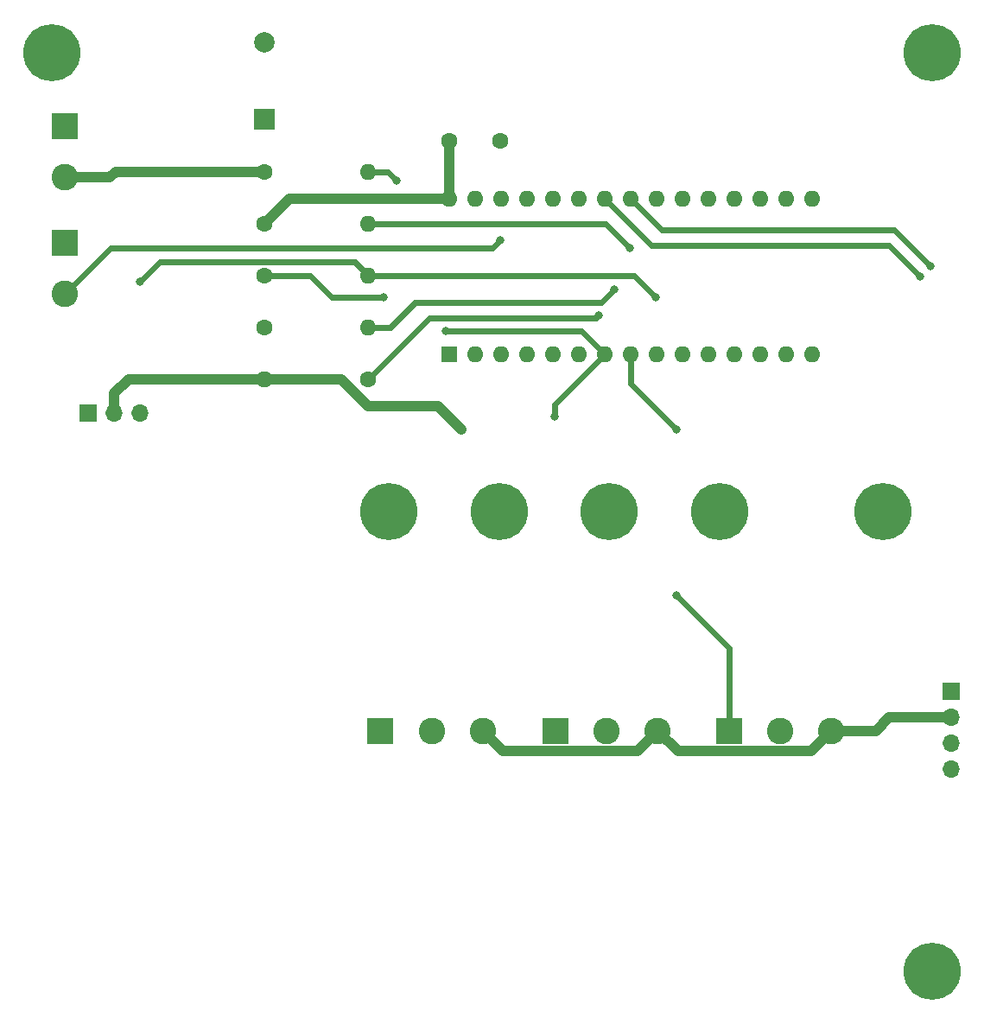
<source format=gbr>
%TF.GenerationSoftware,KiCad,Pcbnew,(6.0.5)*%
%TF.CreationDate,2022-06-12T16:21:57+02:00*%
%TF.ProjectId,dewpoint-pcb,64657770-6f69-46e7-942d-7063622e6b69,1.0*%
%TF.SameCoordinates,Original*%
%TF.FileFunction,Copper,L1,Top*%
%TF.FilePolarity,Positive*%
%FSLAX46Y46*%
G04 Gerber Fmt 4.6, Leading zero omitted, Abs format (unit mm)*
G04 Created by KiCad (PCBNEW (6.0.5)) date 2022-06-12 16:21:57*
%MOMM*%
%LPD*%
G01*
G04 APERTURE LIST*
%TA.AperFunction,ComponentPad*%
%ADD10C,1.600000*%
%TD*%
%TA.AperFunction,ComponentPad*%
%ADD11O,1.600000X1.600000*%
%TD*%
%TA.AperFunction,ComponentPad*%
%ADD12C,5.600000*%
%TD*%
%TA.AperFunction,ComponentPad*%
%ADD13R,1.700000X1.700000*%
%TD*%
%TA.AperFunction,ComponentPad*%
%ADD14O,1.700000X1.700000*%
%TD*%
%TA.AperFunction,ComponentPad*%
%ADD15R,2.000000X2.000000*%
%TD*%
%TA.AperFunction,ComponentPad*%
%ADD16C,2.000000*%
%TD*%
%TA.AperFunction,ComponentPad*%
%ADD17R,2.600000X2.600000*%
%TD*%
%TA.AperFunction,ComponentPad*%
%ADD18C,2.600000*%
%TD*%
%TA.AperFunction,ComponentPad*%
%ADD19R,1.600000X1.600000*%
%TD*%
%TA.AperFunction,ViaPad*%
%ADD20C,0.800000*%
%TD*%
%TA.AperFunction,Conductor*%
%ADD21C,1.000000*%
%TD*%
%TA.AperFunction,Conductor*%
%ADD22C,0.600000*%
%TD*%
G04 APERTURE END LIST*
D10*
%TO.P,R2,1*%
%TO.N,+5V*%
X67840000Y-55760000D03*
D11*
%TO.P,R2,2*%
%TO.N,DHT Inside*%
X78000000Y-55760000D03*
%TD*%
D12*
%TO.P,,1*%
%TO.N,N/C*%
X133250000Y-129000000D03*
%TD*%
D10*
%TO.P,R5,1*%
%TO.N,Net-(J7-Pad2)*%
X67840000Y-60840000D03*
D11*
%TO.P,R5,2*%
%TO.N,Relais*%
X78000000Y-60840000D03*
%TD*%
D12*
%TO.P,,1*%
%TO.N,N/C*%
X101610000Y-84000000D03*
%TD*%
%TO.P,,1*%
%TO.N,N/C*%
X128410000Y-84000000D03*
%TD*%
D13*
%TO.P,J5,1,Pin_1*%
%TO.N,GND*%
X135128000Y-101600000D03*
D14*
%TO.P,J5,2,Pin_2*%
%TO.N,+5V*%
X135128000Y-104140000D03*
%TO.P,J5,3,Pin_3*%
%TO.N,SDA*%
X135128000Y-106680000D03*
%TO.P,J5,4,Pin_4*%
%TO.N,SCL*%
X135128000Y-109220000D03*
%TD*%
D15*
%TO.P,C1,1*%
%TO.N,+5V*%
X67818000Y-45527677D03*
D16*
%TO.P,C1,2*%
%TO.N,GND*%
X67818000Y-38027677D03*
%TD*%
D12*
%TO.P,,1*%
%TO.N,N/C*%
X46990000Y-39000000D03*
%TD*%
%TO.P,,1*%
%TO.N,N/C*%
X133250000Y-39000000D03*
%TD*%
%TO.P,,1*%
%TO.N,N/C*%
X112410000Y-84000000D03*
%TD*%
D17*
%TO.P,J7,1,Pin_1*%
%TO.N,GND*%
X79184000Y-105461000D03*
D18*
%TO.P,J7,2,Pin_2*%
%TO.N,Net-(J7-Pad2)*%
X84184000Y-105461000D03*
%TO.P,J7,3,Pin_3*%
%TO.N,+5V*%
X89184000Y-105461000D03*
%TD*%
D19*
%TO.P,A1,1,D1/TX*%
%TO.N,unconnected-(A1-Pad1)*%
X85950000Y-68570000D03*
D11*
%TO.P,A1,2,D0/RX*%
%TO.N,unconnected-(A1-Pad2)*%
X88490000Y-68570000D03*
%TO.P,A1,3,~{RESET}*%
%TO.N,unconnected-(A1-Pad3)*%
X91030000Y-68570000D03*
%TO.P,A1,4,GND*%
%TO.N,GND*%
X93570000Y-68570000D03*
%TO.P,A1,5,D2*%
%TO.N,unconnected-(A1-Pad5)*%
X96110000Y-68570000D03*
%TO.P,A1,6,D3*%
%TO.N,unconnected-(A1-Pad6)*%
X98650000Y-68570000D03*
%TO.P,A1,7,D4*%
%TO.N,DHT Outside*%
X101190000Y-68570000D03*
%TO.P,A1,8,D5*%
%TO.N,DHT Inside*%
X103730000Y-68570000D03*
%TO.P,A1,9,D6*%
%TO.N,Relais*%
X106270000Y-68570000D03*
%TO.P,A1,10,D7*%
%TO.N,unconnected-(A1-Pad10)*%
X108810000Y-68570000D03*
%TO.P,A1,11,D8*%
%TO.N,unconnected-(A1-Pad11)*%
X111350000Y-68570000D03*
%TO.P,A1,12,D9*%
%TO.N,unconnected-(A1-Pad12)*%
X113890000Y-68570000D03*
%TO.P,A1,13,D10*%
%TO.N,unconnected-(A1-Pad13)*%
X116430000Y-68570000D03*
%TO.P,A1,14,D11*%
%TO.N,unconnected-(A1-Pad14)*%
X118970000Y-68570000D03*
%TO.P,A1,15,D12*%
%TO.N,unconnected-(A1-Pad15)*%
X121510000Y-68570000D03*
%TO.P,A1,16,D13*%
%TO.N,unconnected-(A1-Pad16)*%
X121510000Y-53330000D03*
%TO.P,A1,17,3V3*%
%TO.N,unconnected-(A1-Pad17)*%
X118970000Y-53330000D03*
%TO.P,A1,18,AREF*%
%TO.N,unconnected-(A1-Pad18)*%
X116430000Y-53330000D03*
%TO.P,A1,19,A0*%
%TO.N,unconnected-(A1-Pad19)*%
X113890000Y-53330000D03*
%TO.P,A1,20,A1*%
%TO.N,unconnected-(A1-Pad20)*%
X111350000Y-53330000D03*
%TO.P,A1,21,A2*%
%TO.N,unconnected-(A1-Pad21)*%
X108810000Y-53330000D03*
%TO.P,A1,22,A3*%
%TO.N,unconnected-(A1-Pad22)*%
X106270000Y-53330000D03*
%TO.P,A1,23,A4*%
%TO.N,SDA*%
X103730000Y-53330000D03*
%TO.P,A1,24,A5*%
%TO.N,SCL*%
X101190000Y-53330000D03*
%TO.P,A1,25,A6*%
%TO.N,unconnected-(A1-Pad25)*%
X98650000Y-53330000D03*
%TO.P,A1,26,A7*%
%TO.N,unconnected-(A1-Pad26)*%
X96110000Y-53330000D03*
%TO.P,A1,27,+5V*%
%TO.N,unconnected-(A1-Pad27)*%
X93570000Y-53330000D03*
%TO.P,A1,28,~{RESET}*%
%TO.N,Reset*%
X91030000Y-53330000D03*
%TO.P,A1,29,GND*%
%TO.N,GND*%
X88490000Y-53330000D03*
%TO.P,A1,30,VIN*%
%TO.N,+5V*%
X85950000Y-53330000D03*
%TD*%
D17*
%TO.P,J3,1,Pin_1*%
%TO.N,DHT Outside*%
X96364000Y-105461000D03*
D18*
%TO.P,J3,2,Pin_2*%
%TO.N,GND*%
X101364000Y-105461000D03*
%TO.P,J3,3,Pin_3*%
%TO.N,+5V*%
X106364000Y-105461000D03*
%TD*%
D13*
%TO.P,J2,1,Pin_1*%
%TO.N,GND*%
X50561000Y-74340000D03*
D14*
%TO.P,J2,2,Pin_2*%
%TO.N,+5V*%
X53101000Y-74340000D03*
%TO.P,J2,3,Pin_3*%
%TO.N,Relais*%
X55641000Y-74340000D03*
%TD*%
D10*
%TO.P,R3,1*%
%TO.N,+5V*%
X67840000Y-65920000D03*
D11*
%TO.P,R3,2*%
%TO.N,SDA*%
X78000000Y-65920000D03*
%TD*%
D12*
%TO.P,REF\u002A\u002A,1*%
%TO.N,N/C*%
X90810000Y-84000000D03*
%TD*%
%TO.P,REF\u002A\u002A,1*%
%TO.N,N/C*%
X80010000Y-84000000D03*
%TD*%
D17*
%TO.P,J1,1,Pin_1*%
%TO.N,GND*%
X48260000Y-46228000D03*
D18*
%TO.P,J1,2,Pin_2*%
%TO.N,+5V*%
X48260000Y-51228000D03*
%TD*%
D17*
%TO.P,J4,1,Pin_1*%
%TO.N,DHT Inside*%
X113364000Y-105461000D03*
D18*
%TO.P,J4,2,Pin_2*%
%TO.N,GND*%
X118364000Y-105461000D03*
%TO.P,J4,3,Pin_3*%
%TO.N,+5V*%
X123364000Y-105461000D03*
%TD*%
D10*
%TO.P,R4,1*%
%TO.N,SCL*%
X78000000Y-71000000D03*
D11*
%TO.P,R4,2*%
%TO.N,+5V*%
X67840000Y-71000000D03*
%TD*%
D10*
%TO.P,C2,1*%
%TO.N,GND*%
X90892000Y-47625000D03*
%TO.P,C2,2*%
%TO.N,+5V*%
X85892000Y-47625000D03*
%TD*%
D17*
%TO.P,J6,1,Pin_1*%
%TO.N,GND*%
X48260000Y-57658000D03*
D18*
%TO.P,J6,2,Pin_2*%
%TO.N,Reset*%
X48260000Y-62658000D03*
%TD*%
D10*
%TO.P,R1,1*%
%TO.N,+5V*%
X67840000Y-50680000D03*
D11*
%TO.P,R1,2*%
%TO.N,DHT Outside*%
X78000000Y-50680000D03*
%TD*%
D20*
%TO.N,Relais*%
X55626000Y-61468000D03*
%TO.N,DHT Outside*%
X96266000Y-74676000D03*
X85598000Y-66294000D03*
X80772000Y-51562000D03*
%TO.N,DHT Inside*%
X108204000Y-92202000D03*
X103632000Y-58166000D03*
X108204000Y-75946000D03*
%TO.N,Relais*%
X106172000Y-62992000D03*
%TO.N,SDA*%
X102108000Y-62230000D03*
X133096000Y-59944000D03*
%TO.N,SCL*%
X132080000Y-60960000D03*
X100584000Y-64770000D03*
%TO.N,Reset*%
X90932000Y-57404000D03*
%TO.N,+5V*%
X87122000Y-75946000D03*
%TO.N,Net-(J7-Pad2)*%
X79502000Y-62992000D03*
%TD*%
D21*
%TO.N,+5V*%
X53101000Y-72375000D02*
X54476000Y-71000000D01*
X54476000Y-71000000D02*
X67840000Y-71000000D01*
X53101000Y-74340000D02*
X53101000Y-72375000D01*
D22*
%TO.N,Relais*%
X57553511Y-59540489D02*
X55626000Y-61468000D01*
X76700489Y-59540489D02*
X57553511Y-59540489D01*
%TO.N,DHT Outside*%
X78000000Y-50680000D02*
X79890000Y-50680000D01*
X79890000Y-50680000D02*
X80772000Y-51562000D01*
X101190000Y-68570000D02*
X96266000Y-73494000D01*
X96266000Y-74168000D02*
X96266000Y-74676000D01*
X85598000Y-66294000D02*
X98914000Y-66294000D01*
X96266000Y-73494000D02*
X96266000Y-74168000D01*
X98914000Y-66294000D02*
X101190000Y-68570000D01*
%TO.N,DHT Inside*%
X103730000Y-71472000D02*
X108204000Y-75946000D01*
X103730000Y-68570000D02*
X103730000Y-71472000D01*
X108204000Y-92202000D02*
X113364000Y-97362000D01*
X101226000Y-55760000D02*
X103632000Y-58166000D01*
X113364000Y-97362000D02*
X113364000Y-105461000D01*
X78000000Y-55760000D02*
X101226000Y-55760000D01*
%TO.N,Relais*%
X104020000Y-60840000D02*
X106172000Y-62992000D01*
X76700489Y-59540489D02*
X78000000Y-60840000D01*
X78000000Y-60840000D02*
X104020000Y-60840000D01*
%TO.N,SDA*%
X100076000Y-63500000D02*
X100838000Y-63500000D01*
X80130000Y-65920000D02*
X82550000Y-63500000D01*
X106788000Y-56388000D02*
X126492000Y-56388000D01*
X78000000Y-65920000D02*
X80130000Y-65920000D01*
X100838000Y-63500000D02*
X102108000Y-62230000D01*
X126492000Y-56388000D02*
X129540000Y-56388000D01*
X103730000Y-53330000D02*
X106788000Y-56388000D01*
X129540000Y-56388000D02*
X133096000Y-59944000D01*
X82550000Y-63500000D02*
X100076000Y-63500000D01*
%TO.N,SCL*%
X83976000Y-65024000D02*
X97282000Y-65024000D01*
X78000000Y-71000000D02*
X83976000Y-65024000D01*
X97282000Y-65024000D02*
X100330000Y-65024000D01*
X129032000Y-57912000D02*
X132080000Y-60960000D01*
X101190000Y-53330000D02*
X105772000Y-57912000D01*
X105772000Y-57912000D02*
X129032000Y-57912000D01*
X100330000Y-65024000D02*
X100584000Y-64770000D01*
%TO.N,Reset*%
X52752000Y-58166000D02*
X88138000Y-58166000D01*
X48260000Y-62658000D02*
X52752000Y-58166000D01*
X90170000Y-58166000D02*
X90932000Y-57404000D01*
X88138000Y-58166000D02*
X90170000Y-58166000D01*
D21*
%TO.N,+5V*%
X85892000Y-53272000D02*
X85950000Y-53330000D01*
X67840000Y-71000000D02*
X75318000Y-71000000D01*
X70270000Y-53330000D02*
X85950000Y-53330000D01*
X84836000Y-73660000D02*
X87122000Y-75946000D01*
X108363511Y-107460511D02*
X121364489Y-107460511D01*
X53206000Y-50680000D02*
X60586000Y-50680000D01*
X85892000Y-47625000D02*
X85892000Y-53272000D01*
X77978000Y-73660000D02*
X83058000Y-73660000D01*
X91183511Y-107460511D02*
X104364489Y-107460511D01*
X106364000Y-105461000D02*
X108363511Y-107460511D01*
X48260000Y-51228000D02*
X52658000Y-51228000D01*
X123364000Y-105461000D02*
X127711000Y-105461000D01*
X60586000Y-50680000D02*
X67840000Y-50680000D01*
X52658000Y-51228000D02*
X53206000Y-50680000D01*
X83058000Y-73660000D02*
X84836000Y-73660000D01*
X127711000Y-105461000D02*
X129032000Y-104140000D01*
X76454000Y-72136000D02*
X77978000Y-73660000D01*
X121364489Y-107460511D02*
X123364000Y-105461000D01*
X75318000Y-71000000D02*
X76454000Y-72136000D01*
X129032000Y-104140000D02*
X135128000Y-104140000D01*
X89184000Y-105461000D02*
X91183511Y-107460511D01*
X104364489Y-107460511D02*
X106364000Y-105461000D01*
X67840000Y-55760000D02*
X70270000Y-53330000D01*
D22*
%TO.N,Net-(J7-Pad2)*%
X74168000Y-62738000D02*
X74422000Y-62992000D01*
X72270000Y-60840000D02*
X74168000Y-62738000D01*
X67840000Y-60840000D02*
X72270000Y-60840000D01*
X74422000Y-62992000D02*
X79502000Y-62992000D01*
%TD*%
M02*

</source>
